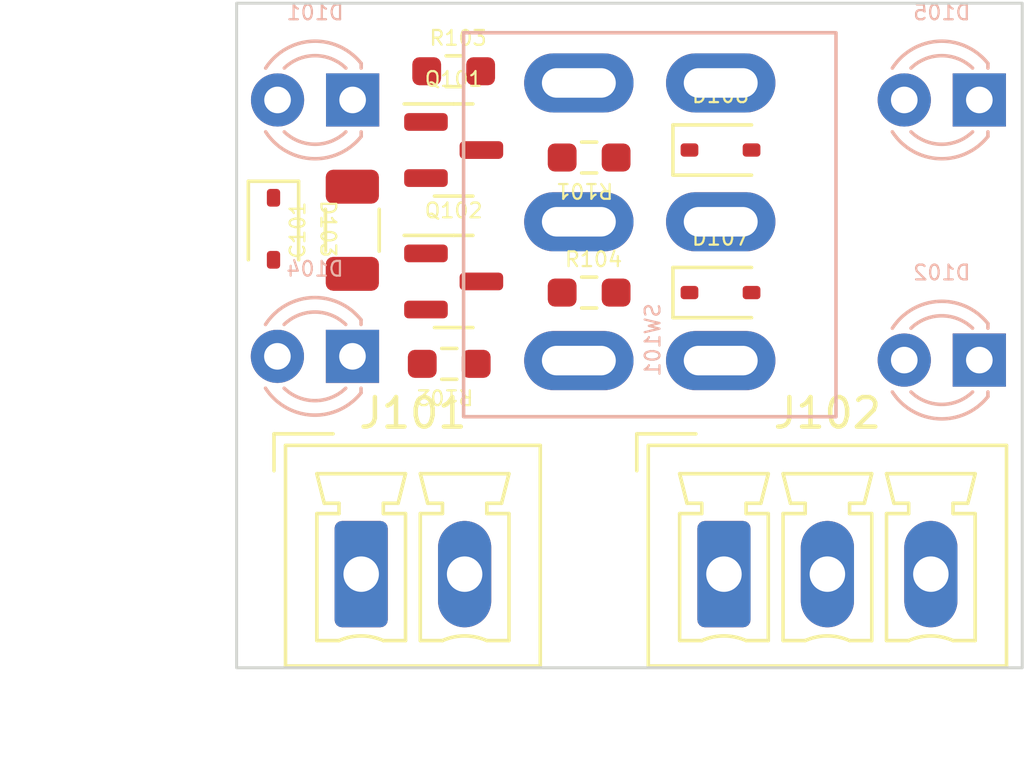
<source format=kicad_pcb>
(kicad_pcb (version 20221018) (generator pcbnew)
  (layers (0 "F.Cu" signal) (31 "B.Cu" signal) (34 "B.Paste" user) (35 "F.Paste" user) (36 "B.SilkS" user "B.Silkscreen") (37 "F.SilkS" user "F.Silkscreen") (38 "B.Mask" user) (39 "F.Mask" user) (44 "Edge.Cuts" user))
  (net 0 "")
  (net 1 "GND")
  (net 2 "Net-(D101-A)")
  (net 3 "Net-(D101-K)")
  (net 4 "VCC")
  (net 5 "Net-(D104-K)")
  (net 6 "Net-(D106-A)")
  (net 7 "Net-(D107-A)")
  (net 8 "Net-(Q101-B)")
  (net 9 "Net-(Q101-C)")
  (net 10 "Net-(Q102-B)")
  (net 11 "Net-(Q102-C)")
  (footprint "Capacitor_SMD:C_1206_3216Metric" (layer "F.Cu") (at 148.336 88.187 90)
    (fp_text reference "C101" (at 0 -1.85 90 unlocked) (layer "F.SilkS") (effects (font (size 0.5 0.5) (thickness 0.075))))
    (fp_text value "47uF")
    (fp_line (start -0.711252 -0.91) (end 0.711252 -0.91) (stroke (width 0.12)) (layer "F.SilkS"))
    (fp_line (start -0.711252 0.91) (end 0.711252 0.91) (stroke (width 0.12)) (layer "F.SilkS"))
    (pad "1" smd roundrect (at -1.475 0 90) (size 1.15 1.8) (layers "F.Cu" "F.Paste" "F.Mask") (roundrect_rratio 0.217391) (net 1 "GND"))
    (pad "2" smd roundrect (at 1.475 0 90) (size 1.15 1.8) (layers "F.Cu" "F.Paste" "F.Mask") (roundrect_rratio 0.217391) (net 2 "Net-(D101-A)"))
  )
  (footprint "Package_TO_SOT_SMD:SOT-23" (layer "F.Cu") (at 151.765 85.471)
    (fp_text reference "Q101" (at 0 -2.4 unlocked) (layer "F.SilkS") (effects (font (size 0.5 0.5) (thickness 0.075))))
    (fp_text value "NPN_TOR")
    (fp_line (start 0 -1.56) (end -1.675 -1.56) (stroke (width 0.12)) (layer "F.SilkS"))
    (fp_line (start 0 -1.56) (end 0.65 -1.56) (stroke (width 0.12)) (layer "F.SilkS"))
    (fp_line (start 0 1.56) (end -0.65 1.56) (stroke (width 0.12)) (layer "F.SilkS"))
    (fp_line (start 0 1.56) (end 0.65 1.56) (stroke (width 0.12)) (layer "F.SilkS"))
    (pad "1" smd roundrect (at -0.9375 -0.95) (size 1.475 0.6) (layers "F.Cu" "F.Paste" "F.Mask") (net 8 "Net-(Q101-B)"))
    (pad "2" smd roundrect (at -0.9375 0.95) (size 1.475 0.6) (layers "F.Cu" "F.Paste" "F.Mask") (net 1 "GND"))
    (pad "3" smd roundrect (at 0.9375 0) (size 1.475 0.6) (layers "F.Cu" "F.Paste" "F.Mask") (net 9 "Net-(Q101-C)"))
  )
  (footprint "Connector_Phoenix_MC:PhoenixContact_MCV_1,5_2-G-3.5_1x02_P3.50mm_Vertical" (layer "F.Cu") (at 148.6355 99.8295)
    (fp_text reference "J101" (at 1.75 -5.45) (layer "F.SilkS"))
    (fp_text value "Screw_Terminal_01x02")
    (fp_line (start -2.95 -4.75) (end -0.95 -4.75) (stroke (width 0.12)) (layer "F.SilkS"))
    (fp_line (start -2.95 -3.5) (end -2.95 -4.75) (stroke (width 0.12)) (layer "F.SilkS"))
    (fp_line (start -2.56 -4.36) (end -2.56 3.11) (stroke (width 0.12)) (layer "F.SilkS"))
    (fp_line (start -2.56 3.11) (end 6.06 3.11) (stroke (width 0.12)) (layer "F.SilkS"))
    (fp_line (start -1.5 -3.4) (end 1.5 -3.4) (stroke (width 0.12)) (layer "F.SilkS"))
    (fp_line (start -1.5 -2.05) (end -0.75 -2.05) (stroke (width 0.12)) (layer "F.SilkS"))
    (fp_line (start -1.5 2.25) (end -1.5 -2.05) (stroke (width 0.12)) (layer "F.SilkS"))
    (fp_line (start -1.25 -2.4) (end -1.5 -3.4) (stroke (width 0.12)) (layer "F.SilkS"))
    (fp_line (start -0.75 -2.4) (end -1.25 -2.4) (stroke (width 0.12)) (layer "F.SilkS"))
    (fp_line (start -0.75 -2.05) (end -0.75 -2.4) (stroke (width 0.12)) (layer "F.SilkS"))
    (fp_line (start -0.75 2.25) (end -1.5 2.25) (stroke (width 0.12)) (layer "F.SilkS"))
    (fp_line (start 0.75 -2.4) (end 0.75 -2.05) (stroke (width 0.12)) (layer "F.SilkS"))
    (fp_line (start 0.75 -2.05) (end 1.5 -2.05) (stroke (width 0.12)) (layer "F.SilkS"))
    (fp_line (start 1.25 -2.4) (end 0.75 -2.4) (stroke (width 0.12)) (layer "F.SilkS"))
    (fp_line (start 1.5 -3.4) (end 1.25 -2.4) (stroke (width 0.12)) (layer "F.SilkS"))
    (fp_line (start 1.5 -2.05) (end 1.5 2.25) (stroke (width 0.12)) (layer "F.SilkS"))
    (fp_line (start 1.5 2.25) (end 0.75 2.25) (stroke (width 0.12)) (layer "F.SilkS"))
    (fp_line (start 2 -3.4) (end 5 -3.4) (stroke (width 0.12)) (layer "F.SilkS"))
    (fp_line (start 2 -2.05) (end 2.75 -2.05) (stroke (width 0.12)) (layer "F.SilkS"))
    (fp_line (start 2 2.25) (end 2 -2.05) (stroke (width 0.12)) (layer "F.SilkS"))
    (fp_line (start 2.25 -2.4) (end 2 -3.4) (stroke (width 0.12)) (layer "F.SilkS"))
    (fp_line (start 2.75 -2.4) (end 2.25 -2.4) (stroke (width 0.12)) (layer "F.SilkS"))
    (fp_line (start 2.75 -2.05) (end 2.75 -2.4) (stroke (width 0.12)) (layer "F.SilkS"))
    (fp_line (start 2.75 2.25) (end 2 2.25) (stroke (width 0.12)) (layer "F.SilkS"))
    (fp_line (start 4.25 -2.4) (end 4.25 -2.05) (stroke (width 0.12)) (layer "F.SilkS"))
    (fp_line (start 4.25 -2.05) (end 5 -2.05) (stroke (width 0.12)) (layer "F.SilkS"))
    (fp_line (start 4.75 -2.4) (end 4.25 -2.4) (stroke (width 0.12)) (layer "F.SilkS"))
    (fp_line (start 5 -3.4) (end 4.75 -2.4) (stroke (width 0.12)) (layer "F.SilkS"))
    (fp_line (start 5 -2.05) (end 5 2.25) (stroke (width 0.12)) (layer "F.SilkS"))
    (fp_line (start 5 2.25) (end 4.25 2.25) (stroke (width 0.12)) (layer "F.SilkS"))
    (fp_line (start 6.06 -4.36) (end -2.56 -4.36) (stroke (width 0.12)) (layer "F.SilkS"))
    (fp_line (start 6.06 3.11) (end 6.06 -4.36) (stroke (width 0.12)) (layer "F.SilkS"))
    (fp_arc (start -0.75 2.25) (mid -0.000193 2.09191) (end 0.749647 2.249844) (stroke (width 0.12)) (layer "F.SilkS"))
    (fp_arc (start 2.75 2.25) (mid 3.499807 2.09191) (end 4.249647 2.249844) (stroke (width 0.12)) (layer "F.SilkS"))
    (pad "1" thru_hole roundrect (at 0 0) (size 1.8 3.6) (drill 1.2) (layers "*.Cu" "*.Mask") (roundrect_rratio 0.138889) (net 1 "GND"))
    (pad "2" thru_hole oval (at 3.5 0) (size 1.8 3.6) (drill 1.2) (layers "*.Cu" "*.Mask") (net 4 "VCC"))
  )
  (footprint "custom_kicad_lib_sk:R_0603_smalltext" (layer "F.Cu") (at 151.6145 92.71 180)
    (fp_text reference "R102" (at 0.15 -1.125 180 unlocked) (layer "F.SilkS") (effects (font (size 0.5 0.5) (thickness 0.075))))
    (fp_text value "6k8")
    (fp_line (start -0.254724 -0.5225) (end 0.254724 -0.5225) (stroke (width 0.12)) (layer "F.SilkS"))
    (fp_line (start -0.254724 0.5225) (end 0.254724 0.5225) (stroke (width 0.12)) (layer "F.SilkS"))
    (pad "1" smd roundrect (at -0.9125 0 180) (size 0.975 0.95) (layers "F.Cu" "F.Paste" "F.Mask") (net 9 "Net-(Q101-C)"))
    (pad "2" smd roundrect (at 0.9125 0 180) (size 0.975 0.95) (layers "F.Cu" "F.Paste" "F.Mask") (net 10 "Net-(Q102-B)"))
  )
  (footprint "Connector_Phoenix_MC:PhoenixContact_MCV_1,5_3-G-3.5_1x03_P3.50mm_Vertical" (layer "F.Cu") (at 160.9095 99.8295)
    (fp_text reference "J102" (at 3.5 -5.45) (layer "F.SilkS"))
    (fp_text value "Screw_Terminal_01x03")
    (fp_line (start -2.95 -4.75) (end -0.95 -4.75) (stroke (width 0.12)) (layer "F.SilkS"))
    (fp_line (start -2.95 -3.5) (end -2.95 -4.75) (stroke (width 0.12)) (layer "F.SilkS"))
    (fp_line (start -2.56 -4.36) (end -2.56 3.11) (stroke (width 0.12)) (layer "F.SilkS"))
    (fp_line (start -2.56 3.11) (end 9.56 3.11) (stroke (width 0.12)) (layer "F.SilkS"))
    (fp_line (start -1.5 -3.4) (end 1.5 -3.4) (stroke (width 0.12)) (layer "F.SilkS"))
    (fp_line (start -1.5 -2.05) (end -0.75 -2.05) (stroke (width 0.12)) (layer "F.SilkS"))
    (fp_line (start -1.5 2.25) (end -1.5 -2.05) (stroke (width 0.12)) (layer "F.SilkS"))
    (fp_line (start -1.25 -2.4) (end -1.5 -3.4) (stroke (width 0.12)) (layer "F.SilkS"))
    (fp_line (start -0.75 -2.4) (end -1.25 -2.4) (stroke (width 0.12)) (layer "F.SilkS"))
    (fp_line (start -0.75 -2.05) (end -0.75 -2.4) (stroke (width 0.12)) (layer "F.SilkS"))
    (fp_line (start -0.75 2.25) (end -1.5 2.25) (stroke (width 0.12)) (layer "F.SilkS"))
    (fp_line (start 0.75 -2.4) (end 0.75 -2.05) (stroke (width 0.12)) (layer "F.SilkS"))
    (fp_line (start 0.75 -2.05) (end 1.5 -2.05) (stroke (width 0.12)) (layer "F.SilkS"))
    (fp_line (start 1.25 -2.4) (end 0.75 -2.4) (stroke (width 0.12)) (layer "F.SilkS"))
    (fp_line (start 1.5 -3.4) (end 1.25 -2.4) (stroke (width 0.12)) (layer "F.SilkS"))
    (fp_line (start 1.5 -2.05) (end 1.5 2.25) (stroke (width 0.12)) (layer "F.SilkS"))
    (fp_line (start 1.5 2.25) (end 0.75 2.25) (stroke (width 0.12)) (layer "F.SilkS"))
    (fp_line (start 2 -3.4) (end 5 -3.4) (stroke (width 0.12)) (layer "F.SilkS"))
    (fp_line (start 2 -2.05) (end 2.75 -2.05) (stroke (width 0.12)) (layer "F.SilkS"))
    (fp_line (start 2 2.25) (end 2 -2.05) (stroke (width 0.12)) (layer "F.SilkS"))
    (fp_line (start 2.25 -2.4) (end 2 -3.4) (stroke (width 0.12)) (layer "F.SilkS"))
    (fp_line (start 2.75 -2.4) (end 2.25 -2.4) (stroke (width 0.12)) (layer "F.SilkS"))
    (fp_line (start 2.75 -2.05) (end 2.75 -2.4) (stroke (width 0.12)) (layer "F.SilkS"))
    (fp_line (start 2.75 2.25) (end 2 2.25) (stroke (width 0.12)) (layer "F.SilkS"))
    (fp_line (start 4.25 -2.4) (end 4.25 -2.05) (stroke (width 0.12)) (layer "F.SilkS"))
    (fp_line (start 4.25 -2.05) (end 5 -2.05) (stroke (width 0.12)) (layer "F.SilkS"))
    (fp_line (start 4.75 -2.4) (end 4.25 -2.4) (stroke (width 0.12)) (layer "F.SilkS"))
    (fp_line (start 5 -3.4) (end 4.75 -2.4) (stroke (width 0.12)) (layer "F.SilkS"))
    (fp_line (start 5 -2.05) (end 5 2.25) (stroke (width 0.12)) (layer "F.SilkS"))
    (fp_line (start 5 2.25) (end 4.25 2.25) (stroke (width 0.12)) (layer "F.SilkS"))
    (fp_line (start 5.5 -3.4) (end 8.5 -3.4) (stroke (width 0.12)) (layer "F.SilkS"))
    (fp_line (start 5.5 -2.05) (end 6.25 -2.05) (stroke (width 0.12)) (layer "F.SilkS"))
    (fp_line (start 5.5 2.25) (end 5.5 -2.05) (stroke (width 0.12)) (layer "F.SilkS"))
    (fp_line (start 5.75 -2.4) (end 5.5 -3.4) (stroke (width 0.12)) (layer "F.SilkS"))
    (fp_line (start 6.25 -2.4) (end 5.75 -2.4) (stroke (width 0.12)) (layer "F.SilkS"))
    (fp_line (start 6.25 -2.05) (end 6.25 -2.4) (stroke (width 0.12)) (layer "F.SilkS"))
    (fp_line (start 6.25 2.25) (end 5.5 2.25) (stroke (width 0.12)) (layer "F.SilkS"))
    (fp_line (start 7.75 -2.4) (end 7.75 -2.05) (stroke (width 0.12)) (layer "F.SilkS"))
    (fp_line (start 7.75 -2.05) (end 8.5 -2.05) (stroke (width 0.12)) (layer "F.SilkS"))
    (fp_line (start 8.25 -2.4) (end 7.75 -2.4) (stroke (width 0.12)) (layer "F.SilkS"))
    (fp_line (start 8.5 -3.4) (end 8.25 -2.4) (stroke (width 0.12)) (layer "F.SilkS"))
    (fp_line (start 8.5 -2.05) (end 8.5 2.25) (stroke (width 0.12)) (layer "F.SilkS"))
    (fp_line (start 8.5 2.25) (end 7.75 2.25) (stroke (width 0.12)) (layer "F.SilkS"))
    (fp_line (start 9.56 -4.36) (end -2.56 -4.36) (stroke (width 0.12)) (layer "F.SilkS"))
    (fp_line (start 9.56 3.11) (end 9.56 -4.36) (stroke (width 0.12)) (layer "F.SilkS"))
    (fp_arc (start -0.75 2.25) (mid -0.000193 2.09191) (end 0.749647 2.249844) (stroke (width 0.12)) (layer "F.SilkS"))
    (fp_arc (start 2.75 2.25) (mid 3.499807 2.09191) (end 4.249647 2.249844) (stroke (width 0.12)) (layer "F.SilkS"))
    (fp_arc (start 6.25 2.25) (mid 6.999807 2.09191) (end 7.749647 2.249844) (stroke (width 0.12)) (layer "F.SilkS"))
    (pad "1" thru_hole roundrect (at 0 0) (size 1.8 3.6) (drill 1.2) (layers "*.Cu" "*.Mask") (roundrect_rratio 0.138889) (net 6 "Net-(D106-A)"))
    (pad "2" thru_hole oval (at 3.5 0) (size 1.8 3.6) (drill 1.2) (layers "*.Cu" "*.Mask") (net 4 "VCC"))
    (pad "3" thru_hole oval (at 7 0) (size 1.8 3.6) (drill 1.2) (layers "*.Cu" "*.Mask") (net 7 "Net-(D107-A)"))
  )
  (footprint "custom_kicad_lib_sk:R_0603_smalltext" (layer "F.Cu") (at 156.348 85.725 180)
    (fp_text reference "R101" (at 0.15 -1.125 180 unlocked) (layer "F.SilkS") (effects (font (size 0.5 0.5) (thickness 0.075))))
    (fp_text value "330R")
    (fp_line (start -0.254724 -0.5225) (end 0.254724 -0.5225) (stroke (width 0.12)) (layer "F.SilkS"))
    (fp_line (start -0.254724 0.5225) (end 0.254724 0.5225) (stroke (width 0.12)) (layer "F.SilkS"))
    (pad "1" smd roundrect (at -0.9125 0 180) (size 0.975 0.95) (layers "F.Cu" "F.Paste" "F.Mask") (net 3 "Net-(D101-K)"))
    (pad "2" smd roundrect (at 0.9125 0 180) (size 0.975 0.95) (layers "F.Cu" "F.Paste" "F.Mask") (net 9 "Net-(Q101-C)"))
  )
  (footprint "Diode_SMD:D_SOD-323" (layer "F.Cu") (at 145.669 88.138 -90)
    (fp_text reference "D103" (at 0 -1.85 -90 unlocked) (layer "F.SilkS") (effects (font (size 0.5 0.5) (thickness 0.075))))
    (fp_text value "1N4148WS")
    (fp_line (start -1.61 -0.85) (end -1.61 0.85) (stroke (width 0.12)) (layer "F.SilkS"))
    (fp_line (start -1.61 -0.85) (end 1.05 -0.85) (stroke (width 0.12)) (layer "F.SilkS"))
    (fp_line (start -1.61 0.85) (end 1.05 0.85) (stroke (width 0.12)) (layer "F.SilkS"))
    (pad "1" smd roundrect (at -1.05 0 270) (size 0.6 0.45) (layers "F.Cu" "F.Paste" "F.Mask") (net 2 "Net-(D101-A)"))
    (pad "2" smd roundrect (at 1.05 0 270) (size 0.6 0.45) (layers "F.Cu" "F.Paste" "F.Mask") (net 4 "VCC"))
  )
  (footprint "Package_TO_SOT_SMD:SOT-23" (layer "F.Cu") (at 151.765 89.921)
    (fp_text reference "Q102" (at 0 -2.4 unlocked) (layer "F.SilkS") (effects (font (size 0.5 0.5) (thickness 0.075))))
    (fp_text value "NPN_TOR")
    (fp_line (start 0 -1.56) (end -1.675 -1.56) (stroke (width 0.12)) (layer "F.SilkS"))
    (fp_line (start 0 -1.56) (end 0.65 -1.56) (stroke (width 0.12)) (layer "F.SilkS"))
    (fp_line (start 0 1.56) (end -0.65 1.56) (stroke (width 0.12)) (layer "F.SilkS"))
    (fp_line (start 0 1.56) (end 0.65 1.56) (stroke (width 0.12)) (layer "F.SilkS"))
    (pad "1" smd roundrect (at -0.9375 -0.95) (size 1.475 0.6) (layers "F.Cu" "F.Paste" "F.Mask") (net 10 "Net-(Q102-B)"))
    (pad "2" smd roundrect (at -0.9375 0.95) (size 1.475 0.6) (layers "F.Cu" "F.Paste" "F.Mask") (net 1 "GND"))
    (pad "3" smd roundrect (at 0.9375 0) (size 1.475 0.6) (layers "F.Cu" "F.Paste" "F.Mask") (net 11 "Net-(Q102-C)"))
  )
  (footprint "Diode_SMD:D_SOD-323" (layer "F.Cu") (at 160.793 90.297)
    (fp_text reference "D107" (at 0 -1.85 unlocked) (layer "F.SilkS") (effects (font (size 0.5 0.5) (thickness 0.075))))
    (fp_text value "1N4148WS")
    (fp_line (start -1.61 -0.85) (end -1.61 0.85) (stroke (width 0.12)) (layer "F.SilkS"))
    (fp_line (start -1.61 -0.85) (end 1.05 -0.85) (stroke (width 0.12)) (layer "F.SilkS"))
    (fp_line (start -1.61 0.85) (end 1.05 0.85) (stroke (width 0.12)) (layer "F.SilkS"))
    (pad "1" smd roundrect (at -1.05 0) (size 0.6 0.45) (layers "F.Cu" "F.Paste" "F.Mask") (net 4 "VCC"))
    (pad "2" smd roundrect (at 1.05 0) (size 0.6 0.45) (layers "F.Cu" "F.Paste" "F.Mask") (net 7 "Net-(D107-A)"))
  )
  (footprint "custom_kicad_lib_sk:R_0603_smalltext" (layer "F.Cu") (at 156.348 90.297)
    (fp_text reference "R104" (at 0.15 -1.125 unlocked) (layer "F.SilkS") (effects (font (size 0.5 0.5) (thickness 0.075))))
    (fp_text value "330R")
    (fp_line (start -0.254724 -0.5225) (end 0.254724 -0.5225) (stroke (width 0.12)) (layer "F.SilkS"))
    (fp_line (start -0.254724 0.5225) (end 0.254724 0.5225) (stroke (width 0.12)) (layer "F.SilkS"))
    (pad "1" smd roundrect (at -0.9125 0) (size 0.975 0.95) (layers "F.Cu" "F.Paste" "F.Mask") (net 5 "Net-(D104-K)"))
    (pad "2" smd roundrect (at 0.9125 0) (size 0.975 0.95) (layers "F.Cu" "F.Paste" "F.Mask") (net 11 "Net-(Q102-C)"))
  )
  (footprint "custom_kicad_lib_sk:R_0603_smalltext" (layer "F.Cu") (at 151.765 82.804)
    (fp_text reference "R103" (at 0.15 -1.125 unlocked) (layer "F.SilkS") (effects (font (size 0.5 0.5) (thickness 0.075))))
    (fp_text value "6k8")
    (fp_line (start -0.254724 -0.5225) (end 0.254724 -0.5225) (stroke (width 0.12)) (layer "F.SilkS"))
    (fp_line (start -0.254724 0.5225) (end 0.254724 0.5225) (stroke (width 0.12)) (layer "F.SilkS"))
    (pad "1" smd roundrect (at -0.9125 0) (size 0.975 0.95) (layers "F.Cu" "F.Paste" "F.Mask") (net 8 "Net-(Q101-B)"))
    (pad "2" smd roundrect (at 0.9125 0) (size 0.975 0.95) (layers "F.Cu" "F.Paste" "F.Mask") (net 11 "Net-(Q102-C)"))
  )
  (footprint "Diode_SMD:D_SOD-323" (layer "F.Cu") (at 160.793 85.471)
    (fp_text reference "D106" (at 0 -1.85 unlocked) (layer "F.SilkS") (effects (font (size 0.5 0.5) (thickness 0.075))))
    (fp_text value "1N4148WS")
    (fp_line (start -1.61 -0.85) (end -1.61 0.85) (stroke (width 0.12)) (layer "F.SilkS"))
    (fp_line (start -1.61 -0.85) (end 1.05 -0.85) (stroke (width 0.12)) (layer "F.SilkS"))
    (fp_line (start -1.61 0.85) (end 1.05 0.85) (stroke (width 0.12)) (layer "F.SilkS"))
    (pad "1" smd roundrect (at -1.05 0) (size 0.6 0.45) (layers "F.Cu" "F.Paste" "F.Mask") (net 4 "VCC"))
    (pad "2" smd roundrect (at 1.05 0) (size 0.6 0.45) (layers "F.Cu" "F.Paste" "F.Mask") (net 6 "Net-(D106-A)"))
  )
  (footprint "LED_THT:LED_D3.0mm" (layer "B.Cu") (at 169.55 83.776 180)
    (fp_text reference "D105" (at 1.27 2.96 unlocked) (layer "B.SilkS") (effects (font (size 0.5 0.5) (thickness 0.075)) (justify mirror)))
    (fp_text value "LED")
    (fp_line (start -0.29 -1.08) (end -0.29 -1.236) (stroke (width 0.12)) (layer "B.SilkS"))
    (fp_line (start -0.29 1.236) (end -0.29 1.08) (stroke (width 0.12)) (layer "B.SilkS"))
    (fp_arc (start -0.29 -1.235516) (mid 1.366487 -1.987659) (end 2.942335 -1.078608) (stroke (width 0.12)) (layer "B.SilkS"))
    (fp_arc (start 0.229039 -1.08) (mid 1.270117 -1.5) (end 2.31113 -1.079837) (stroke (width 0.12)) (layer "B.SilkS"))
    (fp_arc (start 2.31113 1.079837) (mid 1.270117 1.5) (end 0.229039 1.08) (stroke (width 0.12)) (layer "B.SilkS"))
    (fp_arc (start 2.942335 1.078608) (mid 1.366487 1.987659) (end -0.29 1.235516) (stroke (width 0.12)) (layer "B.SilkS"))
    (pad "1" thru_hole rect (at 0 0 180) (size 1.8 1.8) (drill 0.9) (layers "*.Cu" "*.Mask") (net 5 "Net-(D104-K)"))
    (pad "2" thru_hole circle (at 2.54 0 180) (size 1.8 1.8) (drill 0.9) (layers "*.Cu" "*.Mask") (net 2 "Net-(D101-A)"))
  )
  (footprint "custom_kicad_lib_sk:MTS_DPDT" (layer "B.Cu") (at 159 91.9 -90)
    (fp_text reference "SW101" (at 0 0.5 90 unlocked) (layer "B.SilkS") (effects (font (size 0.5 0.5) (thickness 0.075)) (justify mirror)))
    (fp_text value "SW_DPDT_x2")
    (fp_rect (start -10.4 6.9) (end 2.6 -5.7) (stroke (width 0.12)) (fill none) (layer "B.SilkS"))
    (pad "1" thru_hole oval (at -8.7 3 270) (size 2 3.7) (drill oval 1 2.5) (layers "*.Cu" "*.Mask") (net 8 "Net-(Q101-B)"))
    (pad "2" thru_hole oval (at -4 3 270) (size 2 3.7) (drill oval 1 2.5) (layers "*.Cu" "*.Mask") (net 1 "GND"))
    (pad "3" thru_hole oval (at 0.7 3 270) (size 2 3.7) (drill oval 1 2.5) (layers "*.Cu" "*.Mask") (net 10 "Net-(Q102-B)"))
    (pad "4" thru_hole oval (at -8.7 -1.8 270) (size 2 3.7) (drill oval 1 2.5) (layers "*.Cu" "*.Mask") (net 6 "Net-(D106-A)"))
    (pad "5" thru_hole oval (at -4 -1.8 270) (size 2 3.7) (drill oval 1 2.5) (layers "*.Cu" "*.Mask") (net 1 "GND"))
    (pad "6" thru_hole oval (at 0.7 -1.8 270) (size 2 3.7) (drill oval 1 2.5) (layers "*.Cu" "*.Mask") (net 7 "Net-(D107-A)"))
  )
  (footprint "LED_THT:LED_D3.0mm" (layer "B.Cu") (at 148.346 83.776 180)
    (fp_text reference "D101" (at 1.27 2.96 unlocked) (layer "B.SilkS") (effects (font (size 0.5 0.5) (thickness 0.075)) (justify mirror)))
    (fp_text value "LED")
    (fp_line (start -0.29 -1.08) (end -0.29 -1.236) (stroke (width 0.12)) (layer "B.SilkS"))
    (fp_line (start -0.29 1.236) (end -0.29 1.08) (stroke (width 0.12)) (layer "B.SilkS"))
    (fp_arc (start -0.29 -1.235516) (mid 1.366487 -1.987659) (end 2.942335 -1.078608) (stroke (width 0.12)) (layer "B.SilkS"))
    (fp_arc (start 0.229039 -1.08) (mid 1.270117 -1.5) (end 2.31113 -1.079837) (stroke (width 0.12)) (layer "B.SilkS"))
    (fp_arc (start 2.31113 1.079837) (mid 1.270117 1.5) (end 0.229039 1.08) (stroke (width 0.12)) (layer "B.SilkS"))
    (fp_arc (start 2.942335 1.078608) (mid 1.366487 1.987659) (end -0.29 1.235516) (stroke (width 0.12)) (layer "B.SilkS"))
    (pad "1" thru_hole rect (at 0 0 180) (size 1.8 1.8) (drill 0.9) (layers "*.Cu" "*.Mask") (net 3 "Net-(D101-K)"))
    (pad "2" thru_hole circle (at 2.54 0 180) (size 1.8 1.8) (drill 0.9) (layers "*.Cu" "*.Mask") (net 2 "Net-(D101-A)"))
  )
  (footprint "LED_THT:LED_D3.0mm" (layer "B.Cu") (at 169.55 92.583 180)
    (fp_text reference "D102" (at 1.27 2.96 unlocked) (layer "B.SilkS") (effects (font (size 0.5 0.5) (thickness 0.075)) (justify mirror)))
    (fp_text value "LED")
    (fp_line (start -0.29 -1.08) (end -0.29 -1.236) (stroke (width 0.12)) (layer "B.SilkS"))
    (fp_line (start -0.29 1.236) (end -0.29 1.08) (stroke (width 0.12)) (layer "B.SilkS"))
    (fp_arc (start -0.29 -1.235516) (mid 1.366487 -1.987659) (end 2.942335 -1.078608) (stroke (width 0.12)) (layer "B.SilkS"))
    (fp_arc (start 0.229039 -1.08) (mid 1.270117 -1.5) (end 2.31113 -1.079837) (stroke (width 0.12)) (layer "B.SilkS"))
    (fp_arc (start 2.31113 1.079837) (mid 1.270117 1.5) (end 0.229039 1.08) (stroke (width 0.12)) (layer "B.SilkS"))
    (fp_arc (start 2.942335 1.078608) (mid 1.366487 1.987659) (end -0.29 1.235516) (stroke (width 0.12)) (layer "B.SilkS"))
    (pad "1" thru_hole rect (at 0 0 180) (size 1.8 1.8) (drill 0.9) (layers "*.Cu" "*.Mask") (net 3 "Net-(D101-K)"))
    (pad "2" thru_hole circle (at 2.54 0 180) (size 1.8 1.8) (drill 0.9) (layers "*.Cu" "*.Mask") (net 2 "Net-(D101-A)"))
  )
  (footprint "LED_THT:LED_D3.0mm" (layer "B.Cu") (at 148.341 92.456 180)
    (fp_text reference "D104" (at 1.27 2.96 unlocked) (layer "B.SilkS") (effects (font (size 0.5 0.5) (thickness 0.075)) (justify mirror)))
    (fp_text value "LED")
    (fp_line (start -0.29 -1.08) (end -0.29 -1.236) (stroke (width 0.12)) (layer "B.SilkS"))
    (fp_line (start -0.29 1.236) (end -0.29 1.08) (stroke (width 0.12)) (layer "B.SilkS"))
    (fp_arc (start -0.29 -1.235516) (mid 1.366487 -1.987659) (end 2.942335 -1.078608) (stroke (width 0.12)) (layer "B.SilkS"))
    (fp_arc (start 0.229039 -1.08) (mid 1.270117 -1.5) (end 2.31113 -1.079837) (stroke (width 0.12)) (layer "B.SilkS"))
    (fp_arc (start 2.31113 1.079837) (mid 1.270117 1.5) (end 0.229039 1.08) (stroke (width 0.12)) (layer "B.SilkS"))
    (fp_arc (start 2.942335 1.078608) (mid 1.366487 1.987659) (end -0.29 1.235516) (stroke (width 0.12)) (layer "B.SilkS"))
    (pad "1" thru_hole rect (at 0 0 180) (size 1.8 1.8) (drill 0.9) (layers "*.Cu" "*.Mask") (net 5 "Net-(D104-K)"))
    (pad "2" thru_hole circle (at 2.54 0 180) (size 1.8 1.8) (drill 0.9) (layers "*.Cu" "*.Mask") (net 2 "Net-(D101-A)"))
  )
  (gr_rect (start 144.421 80.5) (end 171 103) (stroke (width 0.1)) (fill none) (layer "Edge.Cuts"))
)
</source>
